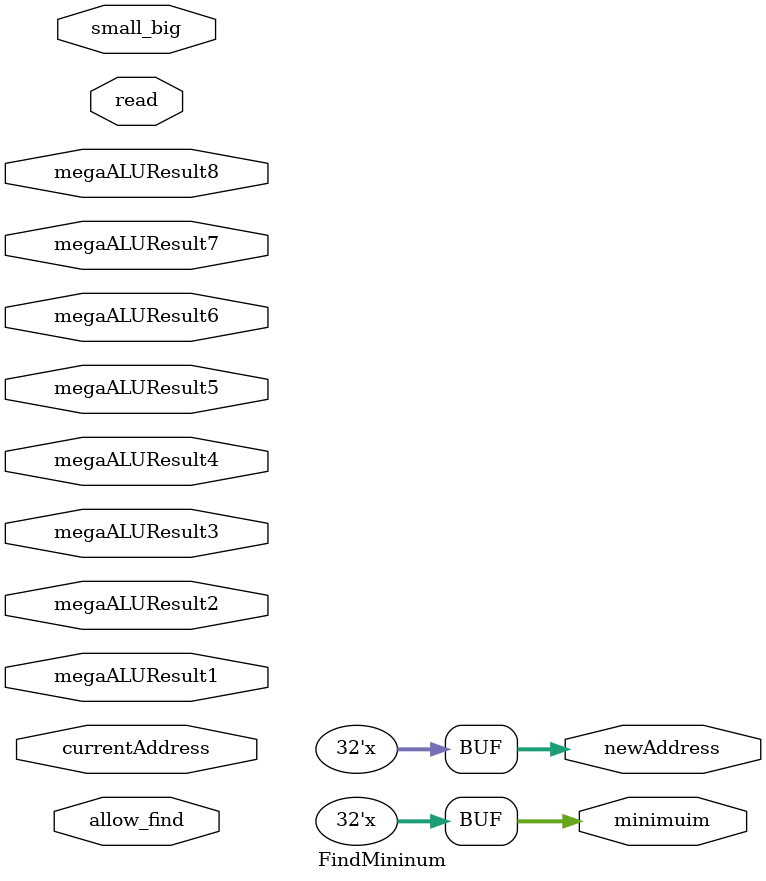
<source format=v>
`timescale 1ns / 1ps


module FindMininum(megaALUResult1, megaALUResult2, megaALUResult3, megaALUResult4, megaALUResult5, megaALUResult6, megaALUResult7,
megaALUResult8, newAddress, minimuim, small_big, currentAddress, read, allow_find);

input [31:0] currentAddress,megaALUResult1, megaALUResult2, megaALUResult3, megaALUResult4, megaALUResult5, megaALUResult6, megaALUResult7,megaALUResult8;
input read, allow_find, small_big;
output reg [31:0] newAddress, minimuim;
reg [31:0] matchAddress, CurrentMininum;



initial begin
    CurrentMininum <= 5000;
    matchAddress <= 0;
end

always @(*) begin
    if (allow_find) begin  
        if (megaALUResult1 < CurrentMininum) begin
            if (small_big == 0) begin 
                matchAddress <= currentAddress;
            end else begin 
                matchAddress <= currentAddress + 1; 
            end
            CurrentMininum <= megaALUResult1;
        end
    
        if (small_big == 1) begin
            if (megaALUResult2 < CurrentMininum) begin
               matchAddress <= currentAddress+2;
               CurrentMininum <= megaALUResult2;
            end
            
            if (megaALUResult3 < CurrentMininum) begin
               matchAddress <= currentAddress+3;
               CurrentMininum <= megaALUResult3;
            end
            
            if (megaALUResult4 < CurrentMininum) begin
               matchAddress <= currentAddress+4;
               CurrentMininum <= megaALUResult4;
            end
            
            if (megaALUResult5 < CurrentMininum) begin
               matchAddress <= currentAddress+5;
               CurrentMininum <= megaALUResult5;
            end
            
            if (megaALUResult6 < CurrentMininum) begin
               matchAddress <= currentAddress+6;
               CurrentMininum <= megaALUResult6;
            end
            
            if (megaALUResult7 < CurrentMininum) begin
               matchAddress <= currentAddress+7;
               CurrentMininum <= megaALUResult7;
            end
            
            if (megaALUResult8 < CurrentMininum) begin
               matchAddress <= currentAddress+8;
               CurrentMininum <= megaALUResult8;
            end
        end
    end
    
    if (read) begin
        newAddress <= matchAddress;
        minimuim   <= CurrentMininum;
    end       
        
end

endmodule

</source>
